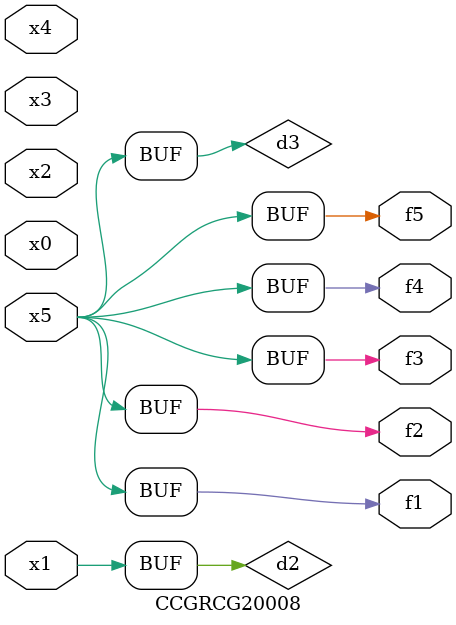
<source format=v>
module CCGRCG20008(
	input x0, x1, x2, x3, x4, x5,
	output f1, f2, f3, f4, f5
);

	wire d1, d2, d3;

	not (d1, x5);
	or (d2, x1);
	xnor (d3, d1);
	assign f1 = d3;
	assign f2 = d3;
	assign f3 = d3;
	assign f4 = d3;
	assign f5 = d3;
endmodule

</source>
